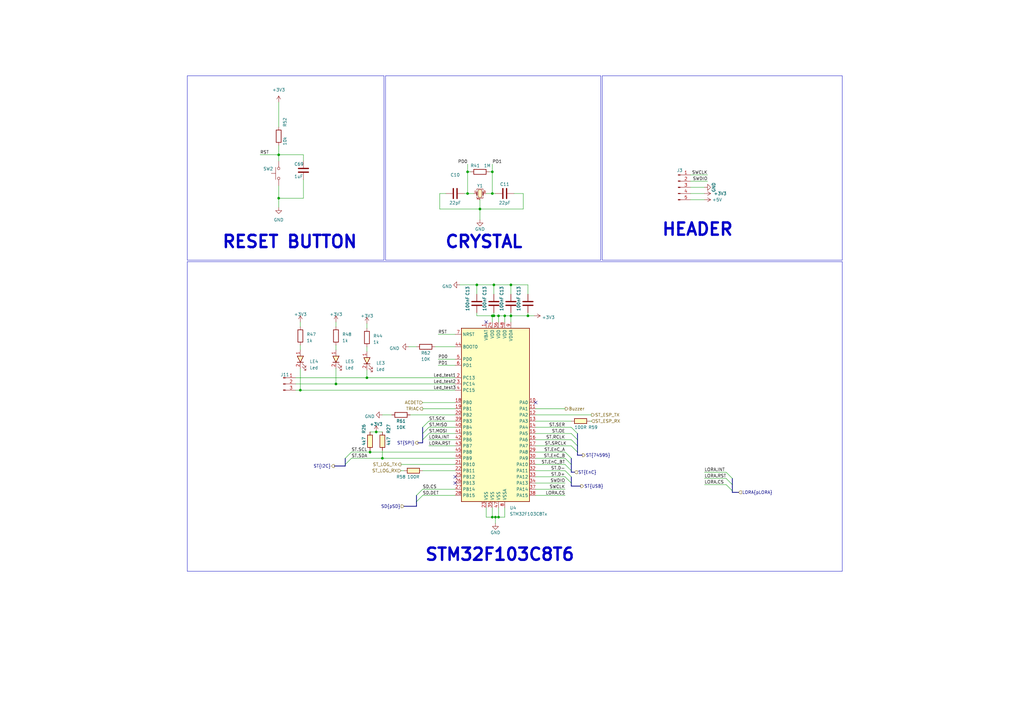
<source format=kicad_sch>
(kicad_sch (version 20230121) (generator eeschema)
  (paper "A3")
  (lib_symbols
    (symbol "Connector:Conn_01x03_Pin" (pin_names (offset 1.016) hide)
      (property "Reference" "J" (at 0 5.08 0))
      (property "Value" "Conn_01x03_Pin" (at 0 -5.08 0))
      (symbol "Conn_01x03_Pin_1_1"
        (polyline (pts (xy 1.27 -2.54) (xy 0.8636 -2.54)) (stroke (width 0.1524)))
        (polyline (pts (xy 1.27 0) (xy 0.8636 0)) (stroke (width 0.1524)))
        (polyline (pts (xy 1.27 2.54) (xy 0.8636 2.54)) (stroke (width 0.1524)))
        (rectangle (start 0.8636 -2.413) (end 0 -2.667) (stroke (width 0.1524)) (fill (type outline)))
        (rectangle (start 0.8636 0.127) (end 0 -0.127) (stroke (width 0.1524)) (fill (type outline)))
        (rectangle (start 0.8636 2.667) (end 0 2.413) (stroke (width 0.1524)) (fill (type outline)))
        (pin passive line (at 5.08 2.54 180) (length 3.81) (name "Pin_1") (number "1"))
        (pin passive line (at 5.08 0 180) (length 3.81) (name "Pin_2") (number "2"))
        (pin passive line (at 5.08 -2.54 180) (length 3.81) (name "Pin_3") (number "3"))
      )
    )
    (symbol "Connector:Conn_01x05_Male" (pin_names (offset 1.016) hide)
      (property "Reference" "J" (at 0 7.62 0))
      (property "Value" "Conn_01x05_Male" (at 0 -7.62 0))
      (symbol "Conn_01x05_Male_1_1"
        (polyline (pts (xy 1.27 -5.08) (xy 0.8636 -5.08)) (stroke (width 0.1524)))
        (polyline (pts (xy 1.27 -2.54) (xy 0.8636 -2.54)) (stroke (width 0.1524)))
        (polyline (pts (xy 1.27 0) (xy 0.8636 0)) (stroke (width 0.1524)))
        (polyline (pts (xy 1.27 2.54) (xy 0.8636 2.54)) (stroke (width 0.1524)))
        (polyline (pts (xy 1.27 5.08) (xy 0.8636 5.08)) (stroke (width 0.1524)))
        (rectangle (start 0.8636 -4.953) (end 0 -5.207) (stroke (width 0.1524)) (fill (type outline)))
        (rectangle (start 0.8636 -2.413) (end 0 -2.667) (stroke (width 0.1524)) (fill (type outline)))
        (rectangle (start 0.8636 0.127) (end 0 -0.127) (stroke (width 0.1524)) (fill (type outline)))
        (rectangle (start 0.8636 2.667) (end 0 2.413) (stroke (width 0.1524)) (fill (type outline)))
        (rectangle (start 0.8636 5.207) (end 0 4.953) (stroke (width 0.1524)) (fill (type outline)))
        (pin passive line (at 5.08 5.08 180) (length 3.81) (name "Pin_1") (number "1"))
        (pin passive line (at 5.08 2.54 180) (length 3.81) (name "Pin_2") (number "2"))
        (pin passive line (at 5.08 0 180) (length 3.81) (name "Pin_3") (number "3"))
        (pin passive line (at 5.08 -2.54 180) (length 3.81) (name "Pin_4") (number "4"))
        (pin passive line (at 5.08 -5.08 180) (length 3.81) (name "Pin_5") (number "5"))
      )
    )
    (symbol "Device:C" (pin_numbers hide) (pin_names (offset 0.254))
      (property "Reference" "C" (at 0.635 2.54 0))
      (property "Value" "C" (at 0.635 -2.54 0))
      (symbol "C_0_1"
        (polyline (pts (xy -2.032 -0.762) (xy 2.032 -0.762)) (stroke (width 0.508)))
        (polyline (pts (xy -2.032 0.762) (xy 2.032 0.762)) (stroke (width 0.508)))
      )
      (symbol "C_1_1"
        (pin passive line (at 0 3.81 270) (length 2.794) (name "~") (number "1"))
        (pin passive line (at 0 -3.81 90) (length 2.794) (name "~") (number "2"))
      )
    )
    (symbol "Device:R" (pin_numbers hide) (pin_names (offset 0))
      (property "Reference" "R" (at 2.032 0 90))
      (property "Value" "R" (at 0 0 90))
      (symbol "R_0_1"
        (rectangle (start -1.016 -2.54) (end 1.016 2.54) (stroke (width 0.254)))
      )
      (symbol "R_1_1"
        (pin passive line (at 0 3.81 270) (length 1.27) (name "~") (number "1"))
        (pin passive line (at 0 -3.81 90) (length 1.27) (name "~") (number "2"))
      )
    )
    (symbol "GND_1" (power) (pin_names (offset 0))
      (property "Value" "GND_1" (at 0 -3.81 0))
      (symbol "GND_1_0_1"
        (polyline (pts (xy 0 0) (xy 0 -1.27) (xy 1.27 -1.27) (xy 0 -2.54) (xy -1.27 -1.27) (xy 0 -1.27)))
      )
      (symbol "GND_1_1_1"
        (pin power_in line (at 0 0 270) (length 0) hide (name "GND") (number "1"))
      )
    )
    (symbol "GND_2" (power) (pin_names (offset 0))
      (property "Value" "GND_2" (at 0 -3.81 0))
      (symbol "GND_2_0_1"
        (polyline (pts (xy 0 0) (xy 0 -1.27) (xy 1.27 -1.27) (xy 0 -2.54) (xy -1.27 -1.27) (xy 0 -1.27)))
      )
      (symbol "GND_2_1_1"
        (pin power_in line (at 0 0 270) (length 0) hide (name "GND") (number "1"))
      )
    )
    (symbol "GND_3" (power) (pin_names (offset 0))
      (property "Value" "GND_3" (at 0 -3.81 0))
      (symbol "GND_3_0_1"
        (polyline (pts (xy 0 0) (xy 0 -1.27) (xy 1.27 -1.27) (xy 0 -2.54) (xy -1.27 -1.27) (xy 0 -1.27)))
      )
      (symbol "GND_3_1_1"
        (pin power_in line (at 0 0 270) (length 0) hide (name "GND") (number "1"))
      )
    )
    (symbol "GND_4" (power) (pin_names (offset 0))
      (property "Value" "GND_4" (at 0 -3.81 0))
      (symbol "GND_4_0_1"
        (polyline (pts (xy 0 0) (xy 0 -1.27) (xy 1.27 -1.27) (xy 0 -2.54) (xy -1.27 -1.27) (xy 0 -1.27)))
      )
      (symbol "GND_4_1_1"
        (pin power_in line (at 0 0 270) (length 0) hide (name "GND") (number "1"))
      )
    )
    (symbol "GND_5" (power) (pin_names (offset 0))
      (property "Value" "GND_5" (at 0 -3.81 0))
      (symbol "GND_5_0_1"
        (polyline (pts (xy 0 0) (xy 0 -1.27) (xy 1.27 -1.27) (xy 0 -2.54) (xy -1.27 -1.27) (xy 0 -1.27)))
      )
      (symbol "GND_5_1_1"
        (pin power_in line (at 0 0 270) (length 0) hide (name "GND") (number "1"))
      )
    )
    (symbol "GND_6" (power) (pin_names (offset 0))
      (property "Value" "GND_6" (at 0 -3.81 0))
      (symbol "GND_6_0_1"
        (polyline (pts (xy 0 0) (xy 0 -1.27) (xy 1.27 -1.27) (xy 0 -2.54) (xy -1.27 -1.27) (xy 0 -1.27)))
      )
      (symbol "GND_6_1_1"
        (pin power_in line (at 0 0 270) (length 0) hide (name "GND") (number "1"))
      )
    )
    (symbol "IVS_SYMBOLS:Crystal_GND24_Small" (pin_names (offset 1.016) hide)
      (property "Reference" "Y" (at 1.27 4.445 0))
      (property "Value" "Crystal_GND24_Small" (at 1.27 2.54 0))
      (symbol "Crystal_GND24_Small_0_1"
        (polyline (pts (xy -1.27 -0.762) (xy -1.27 0.762)) (stroke (width 0.381)))
        (polyline (pts (xy 1.27 -0.762) (xy 1.27 0.762)) (stroke (width 0.381)))
        (polyline (pts (xy -1.27 -1.27) (xy -1.27 -1.905) (xy 1.27 -1.905) (xy 1.27 -1.27)))
        (polyline (pts (xy -1.27 1.27) (xy -1.27 1.905) (xy 1.27 1.905) (xy 1.27 1.27)))
      )
      (symbol "Crystal_GND24_Small_1_1"
        (rectangle (start -0.762 1.524) (end 0.762 -1.524) (fill (type background)))
        (pin passive line (at -2.54 0 0) (length 1.27) (name "1") (number "1"))
        (pin passive line (at 0 -2.54 90) (length 0.635) (name "2") (number "2"))
        (pin passive line (at 2.54 0 180) (length 1.27) (name "3") (number "3"))
        (pin passive line (at 0 -2.54 90) (length 0.635) hide (name "4") (number "4"))
      )
    )
    (symbol "IVS_SYMBOLS:Led"
      (property "Reference" "LE" (at 0.508 -2.794 0))
      (property "Value" "Led" (at -0.254 2.794 0))
      (symbol "Led_0_1"
        (polyline (pts (xy 0 -1.27) (xy 0 1.27)) (stroke (width 0.254)))
        (polyline (pts (xy 2.54 -1.27) (xy 2.54 1.27) (xy 0 0) (xy 2.54 -1.27)) (stroke (width 0.254)) (fill (type background)))
        (polyline (pts (xy -1.778 -0.762) (xy -3.302 -2.286) (xy -2.54 -2.286) (xy -3.302 -2.286) (xy -3.302 -1.524)))
        (polyline (pts (xy -0.508 -0.762) (xy -2.032 -2.286) (xy -1.27 -2.286) (xy -2.032 -2.286) (xy -2.032 -1.524)))
      )
      (symbol "Led_1_1"
        (pin passive line (at 5.08 0 180) (length 2.54) (name "") (number "1"))
        (pin passive line (at -2.54 0 0) (length 2.54) (name "") (number "2"))
      )
    )
    (symbol "IVS_SYMBOLS:R" (pin_numbers hide) (pin_names (offset 0))
      (property "Reference" "R" (at 2.032 0 90))
      (property "Value" "R" (at 0 0 90))
      (symbol "R_1_1"
        (rectangle (start -1.016 2.54) (end 1.016 -2.54) (stroke (width 0.254)) (fill (type background)))
        (pin passive line (at 0 3.81 270) (length 1.27) (name "~") (number "1"))
        (pin passive line (at 0 -3.81 90) (length 1.27) (name "~") (number "2"))
      )
    )
    (symbol "Led_1"
      (property "Reference" "LE" (at 0.508 -2.794 0))
      (property "Value" "Led" (at -0.254 2.794 0))
      (symbol "Led_1_0_1"
        (polyline (pts (xy 0 -1.27) (xy 0 1.27)) (stroke (width 0.254)))
        (polyline (pts (xy 2.54 -1.27) (xy 2.54 1.27) (xy 0 0) (xy 2.54 -1.27)) (stroke (width 0.254)) (fill (type background)))
        (polyline (pts (xy -1.778 -0.762) (xy -3.302 -2.286) (xy -2.54 -2.286) (xy -3.302 -2.286) (xy -3.302 -1.524)))
        (polyline (pts (xy -0.508 -0.762) (xy -2.032 -2.286) (xy -1.27 -2.286) (xy -2.032 -2.286) (xy -2.032 -1.524)))
      )
      (symbol "Led_1_1_1"
        (pin passive line (at 5.08 0 180) (length 2.54) (name "") (number "1"))
        (pin passive line (at -2.54 0 0) (length 2.54) (name "") (number "2"))
      )
    )
    (symbol "Led_2"
      (property "Reference" "LE" (at 0.508 -2.794 0))
      (property "Value" "Led" (at -0.254 2.794 0))
      (symbol "Led_2_0_1"
        (polyline (pts (xy 0 -1.27) (xy 0 1.27)) (stroke (width 0.254)))
        (polyline (pts (xy 2.54 -1.27) (xy 2.54 1.27) (xy 0 0) (xy 2.54 -1.27)) (stroke (width 0.254)) (fill (type background)))
        (polyline (pts (xy -1.778 -0.762) (xy -3.302 -2.286) (xy -2.54 -2.286) (xy -3.302 -2.286) (xy -3.302 -1.524)))
        (polyline (pts (xy -0.508 -0.762) (xy -2.032 -2.286) (xy -1.27 -2.286) (xy -2.032 -2.286) (xy -2.032 -1.524)))
      )
      (symbol "Led_2_1_1"
        (pin passive line (at 5.08 0 180) (length 2.54) (name "") (number "1"))
        (pin passive line (at -2.54 0 0) (length 2.54) (name "") (number "2"))
      )
    )
    (symbol "MCU_ST_STM32F1:STM32F103C8Tx"
      (property "Reference" "U" (at -15.24 36.83 0))
      (property "Value" "STM32F103C8Tx" (at 7.62 36.83 0))
      (symbol "STM32F103C8Tx_0_1"
        (rectangle (start -15.24 -35.56) (end 12.7 35.56) (stroke (width 0.254)) (fill (type background)))
      )
      (symbol "STM32F103C8Tx_1_1"
        (pin power_in line (at -5.08 38.1 270) (length 2.54) (name "VBAT") (number "1"))
        (pin bidirectional line (at 15.24 5.08 180) (length 2.54) (name "PA0") (number "10"))
        (pin bidirectional line (at 15.24 2.54 180) (length 2.54) (name "PA1") (number "11"))
        (pin bidirectional line (at 15.24 0 180) (length 2.54) (name "PA2") (number "12"))
        (pin bidirectional line (at 15.24 -2.54 180) (length 2.54) (name "PA3") (number "13"))
        (pin bidirectional line (at 15.24 -5.08 180) (length 2.54) (name "PA4") (number "14"))
        (pin bidirectional line (at 15.24 -7.62 180) (length 2.54) (name "PA5") (number "15"))
        (pin bidirectional line (at 15.24 -10.16 180) (length 2.54) (name "PA6") (number "16"))
        (pin bidirectional line (at 15.24 -12.7 180) (length 2.54) (name "PA7") (number "17"))
        (pin bidirectional line (at -17.78 5.08 0) (length 2.54) (name "PB0") (number "18"))
        (pin bidirectional line (at -17.78 2.54 0) (length 2.54) (name "PB1") (number "19"))
        (pin bidirectional line (at -17.78 15.24 0) (length 2.54) (name "PC13") (number "2"))
        (pin bidirectional line (at -17.78 0 0) (length 2.54) (name "PB2") (number "20"))
        (pin bidirectional line (at -17.78 -20.32 0) (length 2.54) (name "PB10") (number "21"))
        (pin bidirectional line (at -17.78 -22.86 0) (length 2.54) (name "PB11") (number "22"))
        (pin power_in line (at -5.08 -38.1 90) (length 2.54) (name "VSS") (number "23"))
        (pin power_in line (at -2.54 38.1 270) (length 2.54) (name "VDD") (number "24"))
        (pin bidirectional line (at -17.78 -25.4 0) (length 2.54) (name "PB12") (number "25"))
        (pin bidirectional line (at -17.78 -27.94 0) (length 2.54) (name "PB13") (number "26"))
        (pin bidirectional line (at -17.78 -30.48 0) (length 2.54) (name "PB14") (number "27"))
        (pin bidirectional line (at -17.78 -33.02 0) (length 2.54) (name "PB15") (number "28"))
        (pin bidirectional line (at 15.24 -15.24 180) (length 2.54) (name "PA8") (number "29"))
        (pin bidirectional line (at -17.78 12.7 0) (length 2.54) (name "PC14") (number "3"))
        (pin bidirectional line (at 15.24 -17.78 180) (length 2.54) (name "PA9") (number "30"))
        (pin bidirectional line (at 15.24 -20.32 180) (length 2.54) (name "PA10") (number "31"))
        (pin bidirectional line (at 15.24 -22.86 180) (length 2.54) (name "PA11") (number "32"))
        (pin bidirectional line (at 15.24 -25.4 180) (length 2.54) (name "PA12") (number "33"))
        (pin bidirectional line (at 15.24 -27.94 180) (length 2.54) (name "PA13") (number "34"))
        (pin power_in line (at -2.54 -38.1 90) (length 2.54) (name "VSS") (number "35"))
        (pin power_in line (at 0 38.1 270) (length 2.54) (name "VDD") (number "36"))
        (pin bidirectional line (at 15.24 -30.48 180) (length 2.54) (name "PA14") (number "37"))
        (pin bidirectional line (at 15.24 -33.02 180) (length 2.54) (name "PA15") (number "38"))
        (pin bidirectional line (at -17.78 -2.54 0) (length 2.54) (name "PB3") (number "39"))
        (pin bidirectional line (at -17.78 10.16 0) (length 2.54) (name "PC15") (number "4"))
        (pin bidirectional line (at -17.78 -5.08 0) (length 2.54) (name "PB4") (number "40"))
        (pin bidirectional line (at -17.78 -7.62 0) (length 2.54) (name "PB5") (number "41"))
        (pin bidirectional line (at -17.78 -10.16 0) (length 2.54) (name "PB6") (number "42"))
        (pin bidirectional line (at -17.78 -12.7 0) (length 2.54) (name "PB7") (number "43"))
        (pin input line (at -17.78 27.94 0) (length 2.54) (name "BOOT0") (number "44"))
        (pin bidirectional line (at -17.78 -15.24 0) (length 2.54) (name "PB8") (number "45"))
        (pin bidirectional line (at -17.78 -17.78 0) (length 2.54) (name "PB9") (number "46"))
        (pin power_in line (at 0 -38.1 90) (length 2.54) (name "VSS") (number "47"))
        (pin power_in line (at 2.54 38.1 270) (length 2.54) (name "VDD") (number "48"))
        (pin input line (at -17.78 22.86 0) (length 2.54) (name "PD0") (number "5"))
        (pin input line (at -17.78 20.32 0) (length 2.54) (name "PD1") (number "6"))
        (pin input line (at -17.78 33.02 0) (length 2.54) (name "NRST") (number "7"))
        (pin power_in line (at 2.54 -38.1 90) (length 2.54) (name "VSSA") (number "8"))
        (pin power_in line (at 5.08 38.1 270) (length 2.54) (name "VDDA") (number "9"))
      )
    )
    (symbol "Switch:SW_Push" (pin_numbers hide) (pin_names (offset 1.016) hide)
      (property "Reference" "SW" (at 1.27 2.54 0))
      (property "Value" "SW_Push" (at 0 -1.524 0))
      (symbol "SW_Push_0_1"
        (circle (center -2.032 0) (radius 0.508))
        (polyline (pts (xy 0 1.27) (xy 0 3.048)))
        (polyline (pts (xy 2.54 1.27) (xy -2.54 1.27)))
        (circle (center 2.032 0) (radius 0.508))
        (pin passive line (at -5.08 0 0) (length 2.54) (name "1") (number "1"))
        (pin passive line (at 5.08 0 180) (length 2.54) (name "2") (number "2"))
      )
    )
    (symbol "Thu_vien_kicad:C" (pin_numbers hide) (pin_names (offset 0.254))
      (property "Reference" "C" (at 0.635 2.54 0))
      (property "Value" "C" (at 0.635 -2.54 0))
      (symbol "C_0_1"
        (polyline (pts (xy -2.032 -0.762) (xy 2.032 -0.762)) (stroke (width 0.508)))
        (polyline (pts (xy -2.032 0.762) (xy 2.032 0.762)) (stroke (width 0.508)))
      )
      (symbol "C_1_1"
        (pin passive line (at 0 3.81 270) (length 2.794) (name "~") (number "1"))
        (pin passive line (at 0 -3.81 90) (length 2.794) (name "~") (number "2"))
      )
    )
    (symbol "Thu_vien_kicad:R" (pin_numbers hide) (pin_names (offset 0))
      (property "Reference" "R" (at 2.032 0 90))
      (property "Value" "R" (at 0 0 90))
      (symbol "R_0_1"
        (rectangle (start -1.016 -2.54) (end 1.016 2.54) (stroke (width 0.254)))
      )
      (symbol "R_1_1"
        (pin passive line (at 0 3.81 270) (length 1.27) (name "~") (number "1"))
        (pin passive line (at 0 -3.81 90) (length 1.27) (name "~") (number "2"))
      )
    )
    (symbol "power:+3V3" (power) (pin_names (offset 0))
      (property "Value" "+3V3" (at 0 3.556 0))
      (symbol "+3V3_0_1"
        (polyline (pts (xy -0.762 1.27) (xy 0 2.54)))
        (polyline (pts (xy 0 0) (xy 0 2.54)))
        (polyline (pts (xy 0 2.54) (xy 0.762 1.27)))
      )
      (symbol "+3V3_1_1"
        (pin power_in line (at 0 0 90) (length 0) hide (name "+3V3") (number "1"))
      )
    )
    (symbol "power:+5V" (power) (pin_names (offset 0))
      (property "Value" "+5V" (at 0 3.556 0))
      (symbol "+5V_0_1"
        (polyline (pts (xy -0.762 1.27) (xy 0 2.54)))
        (polyline (pts (xy 0 0) (xy 0 2.54)))
        (polyline (pts (xy 0 2.54) (xy 0.762 1.27)))
      )
      (symbol "+5V_1_1"
        (pin power_in line (at 0 0 90) (length 0) hide (name "+5V") (number "1"))
      )
    )
    (symbol "power:GND" (power) (pin_names (offset 0))
      (property "Value" "GND" (at 0 -3.81 0))
      (symbol "GND_0_1"
        (polyline (pts (xy 0 0) (xy 0 -1.27) (xy 1.27 -1.27) (xy 0 -2.54) (xy -1.27 -1.27) (xy 0 -1.27)))
      )
      (symbol "GND_1_1"
        (pin power_in line (at 0 0 270) (length 0) hide (name "GND") (number "1"))
      )
    )
  )
  (junction (at 191.77 79.375))
  (junction (at 204.47 212.09))
  (junction (at 195.58 116.84))
  (junction (at 114.3 81.28))
  (junction (at 201.93 70.485))
  (junction (at 209.55 116.84))
  (junction (at 207.01 129.54))
  (junction (at 202.565 129.54))
  (junction (at 216.535 129.54))
  (junction (at 196.85 85.725))
  (junction (at 154.305 177.165))
  (junction (at 114.3 63.5))
  (junction (at 150.495 154.94))
  (junction (at 156.845 187.96))
  (junction (at 202.565 116.84))
  (junction (at 201.93 79.375))
  (junction (at 201.93 212.09))
  (junction (at 201.93 129.54))
  (junction (at 209.55 129.54))
  (junction (at 137.795 157.48))
  (junction (at 203.2 212.09))
  (junction (at 204.47 129.54))
  (junction (at 123.19 160.02))
  (junction (at 191.77 70.485))
  (junction (at 151.765 185.42))
  (no_connect (at 199.39 132.08))
  (no_connect (at 219.71 165.1))
  (no_connect (at 186.69 195.58))
  (no_connect (at 186.69 198.12))
  (bus_entry (at 234.315 175.26) (size 2.54 2.54))
  (bus_entry (at 231.775 185.42) (size 2.54 2.54))
  (bus_entry (at 175.895 175.26) (size -2.54 2.54))
  (bus_entry (at 297.815 198.755) (size 2.54 2.54))
  (bus_entry (at 234.315 182.88) (size 2.54 2.54))
  (bus_entry (at 173.355 200.66) (size -2.54 2.54))
  (bus_entry (at 297.815 196.215) (size 2.54 2.54))
  (bus_entry (at 144.145 187.96) (size -2.54 2.54))
  (bus_entry (at 297.815 193.675) (size 2.54 2.54))
  (bus_entry (at 231.775 195.58) (size 2.54 2.54))
  (bus_entry (at 231.775 190.5) (size 2.54 2.54))
  (bus_entry (at 173.355 203.2) (size -2.54 2.54))
  (bus_entry (at 175.895 177.8) (size -2.54 2.54))
  (bus_entry (at 231.775 193.04) (size 2.54 2.54))
  (bus_entry (at 144.145 185.42) (size -2.54 2.54))
  (bus_entry (at 231.775 187.96) (size 2.54 2.54))
  (bus_entry (at 175.895 172.72) (size -2.54 2.54))
  (bus_entry (at 234.315 177.8) (size 2.54 2.54))
  (bus_entry (at 234.315 180.34) (size 2.54 2.54))
  (polyline (pts (xy 246.38 31.115) (xy 246.38 106.68)))
  (polyline (pts (xy 345.44 234.315) (xy 76.835 234.315)))
  (polyline (pts (xy 76.835 31.115) (xy 76.835 106.68)))
  (wire (pts (xy 231.775 185.42) (xy 219.71 185.42)))
  (wire (pts (xy 216.535 120.65) (xy 216.535 116.84)))
  (wire (pts (xy 241.935 172.72) (xy 242.57 172.72)))
  (wire (pts (xy 137.795 141.605) (xy 137.795 143.51)))
  (wire (pts (xy 124.46 66.04) (xy 124.46 63.5)))
  (wire (pts (xy 210.82 79.375) (xy 214.63 79.375)))
  (wire (pts (xy 196.85 90.17) (xy 196.85 85.725)))
  (wire (pts (xy 204.47 212.09) (xy 203.2 212.09)))
  (wire (pts (xy 164.465 190.5) (xy 186.69 190.5)))
  (wire (pts (xy 201.93 70.485) (xy 201.93 79.375)))
  (wire (pts (xy 180.34 79.375) (xy 182.88 79.375)))
  (wire (pts (xy 195.58 128.27) (xy 195.58 129.54)))
  (bus (pts (xy 170.815 203.2) (xy 170.815 205.74)))
  (wire (pts (xy 219.71 203.2) (xy 231.775 203.2)))
  (wire (pts (xy 219.71 193.04) (xy 231.775 193.04)))
  (wire (pts (xy 200.66 70.485) (xy 201.93 70.485)))
  (polyline (pts (xy 158.115 106.68) (xy 158.115 31.115)))
  (polyline (pts (xy 158.115 31.115) (xy 246.38 31.115)))
  (wire (pts (xy 288.925 193.675) (xy 297.815 193.675)))
  (wire (pts (xy 121.285 160.02) (xy 123.19 160.02)))
  (wire (pts (xy 288.925 198.755) (xy 297.815 198.755)))
  (wire (pts (xy 114.3 76.2) (xy 114.3 81.28)))
  (wire (pts (xy 201.93 129.54) (xy 202.565 129.54)))
  (wire (pts (xy 114.3 81.28) (xy 114.3 85.09)))
  (wire (pts (xy 209.55 116.84) (xy 209.55 120.65)))
  (bus (pts (xy 170.815 205.74) (xy 170.815 207.645)))
  (wire (pts (xy 195.58 120.65) (xy 195.58 116.84)))
  (wire (pts (xy 188.595 116.84) (xy 195.58 116.84)))
  (wire (pts (xy 178.435 142.24) (xy 186.69 142.24)))
  (wire (pts (xy 201.93 67.31) (xy 201.93 70.485)))
  (wire (pts (xy 191.77 70.485) (xy 193.04 70.485)))
  (wire (pts (xy 121.285 157.48) (xy 137.795 157.48)))
  (bus (pts (xy 173.355 180.34) (xy 173.355 181.61)))
  (wire (pts (xy 173.355 203.2) (xy 186.69 203.2)))
  (wire (pts (xy 114.3 41.91) (xy 114.3 52.07)))
  (wire (pts (xy 191.77 79.375) (xy 194.31 79.375)))
  (wire (pts (xy 204.47 208.28) (xy 204.47 212.09)))
  (wire (pts (xy 175.895 177.8) (xy 186.69 177.8)))
  (wire (pts (xy 144.145 187.96) (xy 156.845 187.96)))
  (bus (pts (xy 173.355 177.8) (xy 173.355 180.34)))
  (polyline (pts (xy 157.48 106.68) (xy 157.48 31.115)))
  (wire (pts (xy 199.39 212.09) (xy 201.93 212.09)))
  (wire (pts (xy 114.3 59.69) (xy 114.3 63.5)))
  (wire (pts (xy 201.93 212.09) (xy 203.2 212.09)))
  (bus (pts (xy 137.16 191.135) (xy 141.605 191.135)))
  (wire (pts (xy 283.21 79.375) (xy 288.925 79.375)))
  (wire (pts (xy 204.47 129.54) (xy 204.47 132.08)))
  (polyline (pts (xy 76.835 107.315) (xy 345.44 107.315)))
  (wire (pts (xy 219.71 195.58) (xy 231.775 195.58)))
  (polyline (pts (xy 158.115 106.68) (xy 246.38 106.68)))
  (bus (pts (xy 234.315 195.58) (xy 234.315 198.12)))
  (wire (pts (xy 173.355 193.04) (xy 186.69 193.04)))
  (wire (pts (xy 209.55 128.27) (xy 209.55 129.54)))
  (wire (pts (xy 156.845 170.18) (xy 160.655 170.18)))
  (wire (pts (xy 167.64 142.24) (xy 170.815 142.24)))
  (wire (pts (xy 173.355 200.66) (xy 186.69 200.66)))
  (wire (pts (xy 231.775 187.96) (xy 219.71 187.96)))
  (wire (pts (xy 191.77 67.31) (xy 191.77 70.485)))
  (wire (pts (xy 209.55 129.54) (xy 209.55 132.08)))
  (wire (pts (xy 106.68 63.5) (xy 114.3 63.5)))
  (wire (pts (xy 154.305 177.165) (xy 156.845 177.165)))
  (wire (pts (xy 219.71 182.88) (xy 234.315 182.88)))
  (wire (pts (xy 137.795 151.13) (xy 137.795 157.48)))
  (polyline (pts (xy 247.015 106.68) (xy 345.44 106.68)))
  (wire (pts (xy 219.71 177.8) (xy 234.315 177.8)))
  (polyline (pts (xy 247.015 31.115) (xy 345.44 31.115)))
  (wire (pts (xy 202.565 116.84) (xy 202.565 120.65)))
  (bus (pts (xy 234.315 198.12) (xy 234.315 199.39)))
  (polyline (pts (xy 345.44 107.315) (xy 345.44 234.315)))
  (wire (pts (xy 207.01 129.54) (xy 207.01 132.08)))
  (wire (pts (xy 216.535 116.84) (xy 209.55 116.84)))
  (wire (pts (xy 216.535 128.27) (xy 216.535 129.54)))
  (wire (pts (xy 201.93 208.28) (xy 201.93 212.09)))
  (wire (pts (xy 175.895 180.34) (xy 186.69 180.34)))
  (bus (pts (xy 236.855 182.88) (xy 236.855 185.42)))
  (wire (pts (xy 202.565 128.27) (xy 202.565 129.54)))
  (wire (pts (xy 216.535 129.54) (xy 219.075 129.54)))
  (wire (pts (xy 114.3 63.5) (xy 114.3 66.04)))
  (wire (pts (xy 124.46 63.5) (xy 114.3 63.5)))
  (wire (pts (xy 150.495 154.94) (xy 186.69 154.94)))
  (wire (pts (xy 219.71 167.64) (xy 231.775 167.64)))
  (wire (pts (xy 288.925 196.215) (xy 297.815 196.215)))
  (wire (pts (xy 219.71 200.66) (xy 231.775 200.66)))
  (polyline (pts (xy 76.835 107.315) (xy 76.835 234.315)))
  (wire (pts (xy 199.39 79.375) (xy 201.93 79.375)))
  (wire (pts (xy 175.895 172.72) (xy 186.69 172.72)))
  (wire (pts (xy 201.93 79.375) (xy 203.2 79.375)))
  (wire (pts (xy 195.58 129.54) (xy 201.93 129.54)))
  (bus (pts (xy 234.315 190.5) (xy 234.315 193.04)))
  (wire (pts (xy 173.355 165.1) (xy 186.69 165.1)))
  (wire (pts (xy 214.63 85.725) (xy 196.85 85.725)))
  (wire (pts (xy 219.71 175.26) (xy 234.315 175.26)))
  (bus (pts (xy 234.315 199.39) (xy 238.125 199.39)))
  (polyline (pts (xy 157.48 31.115) (xy 76.835 31.115)))
  (wire (pts (xy 283.21 74.295) (xy 290.195 74.295)))
  (wire (pts (xy 204.47 129.54) (xy 207.01 129.54)))
  (bus (pts (xy 300.355 198.755) (xy 300.355 201.295)))
  (wire (pts (xy 168.275 170.18) (xy 186.69 170.18)))
  (wire (pts (xy 151.765 185.42) (xy 186.69 185.42)))
  (bus (pts (xy 165.735 207.645) (xy 170.815 207.645)))
  (wire (pts (xy 180.34 85.725) (xy 196.85 85.725)))
  (wire (pts (xy 123.19 151.13) (xy 123.19 160.02)))
  (wire (pts (xy 219.71 180.34) (xy 234.315 180.34)))
  (bus (pts (xy 141.605 190.5) (xy 141.605 191.135)))
  (wire (pts (xy 179.705 137.16) (xy 186.69 137.16)))
  (wire (pts (xy 151.765 177.165) (xy 154.305 177.165)))
  (wire (pts (xy 123.19 132.08) (xy 123.19 133.985)))
  (bus (pts (xy 236.855 177.8) (xy 236.855 180.34)))
  (wire (pts (xy 199.39 208.28) (xy 199.39 212.09)))
  (wire (pts (xy 202.565 116.84) (xy 209.55 116.84)))
  (bus (pts (xy 300.355 201.295) (xy 300.355 201.93)))
  (wire (pts (xy 216.535 129.54) (xy 209.55 129.54)))
  (wire (pts (xy 201.93 129.54) (xy 201.93 132.08)))
  (bus (pts (xy 234.315 193.04) (xy 234.315 193.675)))
  (wire (pts (xy 173.355 167.64) (xy 186.69 167.64)))
  (wire (pts (xy 191.77 70.485) (xy 191.77 79.375)))
  (bus (pts (xy 173.355 175.26) (xy 173.355 177.8)))
  (wire (pts (xy 283.21 81.915) (xy 288.925 81.915)))
  (wire (pts (xy 121.285 154.94) (xy 150.495 154.94)))
  (wire (pts (xy 180.34 79.375) (xy 180.34 85.725)))
  (bus (pts (xy 300.355 201.93) (xy 302.895 201.93)))
  (wire (pts (xy 219.71 170.18) (xy 242.57 170.18)))
  (bus (pts (xy 173.355 181.61) (xy 171.45 181.61)))
  (bus (pts (xy 300.355 196.215) (xy 300.355 198.755)))
  (wire (pts (xy 156.845 184.785) (xy 156.845 187.96)))
  (wire (pts (xy 195.58 116.84) (xy 202.565 116.84)))
  (wire (pts (xy 175.895 182.88) (xy 186.69 182.88)))
  (wire (pts (xy 175.895 175.26) (xy 186.69 175.26)))
  (wire (pts (xy 151.765 184.785) (xy 151.765 185.42)))
  (wire (pts (xy 209.55 129.54) (xy 207.01 129.54)))
  (wire (pts (xy 123.19 160.02) (xy 186.69 160.02)))
  (wire (pts (xy 219.71 172.72) (xy 234.315 172.72)))
  (wire (pts (xy 219.71 198.12) (xy 231.775 198.12)))
  (wire (pts (xy 144.145 185.42) (xy 151.765 185.42)))
  (wire (pts (xy 156.845 187.96) (xy 186.69 187.96)))
  (wire (pts (xy 114.3 81.28) (xy 124.46 81.28)))
  (wire (pts (xy 207.01 212.09) (xy 204.47 212.09)))
  (wire (pts (xy 164.465 193.04) (xy 165.735 193.04)))
  (bus (pts (xy 234.315 193.675) (xy 235.585 193.675)))
  (bus (pts (xy 236.855 180.34) (xy 236.855 182.88)))
  (wire (pts (xy 283.21 76.835) (xy 288.925 76.835)))
  (wire (pts (xy 203.2 214.63) (xy 203.2 212.09)))
  (wire (pts (xy 214.63 79.375) (xy 214.63 85.725)))
  (wire (pts (xy 283.21 71.755) (xy 290.195 71.755)))
  (wire (pts (xy 196.85 85.725) (xy 196.85 81.915)))
  (wire (pts (xy 137.795 132.08) (xy 137.795 133.985)))
  (wire (pts (xy 190.5 79.375) (xy 191.77 79.375)))
  (wire (pts (xy 137.795 157.48) (xy 186.69 157.48)))
  (polyline (pts (xy 345.44 106.68) (xy 345.44 31.115)))
  (wire (pts (xy 123.19 141.605) (xy 123.19 143.51)))
  (wire (pts (xy 150.495 151.765) (xy 150.495 154.94)))
  (bus (pts (xy 236.855 186.69) (xy 238.76 186.69)))
  (bus (pts (xy 236.855 185.42) (xy 236.855 186.69)))
  (wire (pts (xy 150.495 132.715) (xy 150.495 134.62)))
  (polyline (pts (xy 247.015 31.115) (xy 247.015 106.68)))
  (wire (pts (xy 207.01 208.28) (xy 207.01 212.09)))
  (bus (pts (xy 234.315 187.96) (xy 234.315 190.5)))
  (wire (pts (xy 124.46 73.66) (xy 124.46 81.28)))
  (polyline (pts (xy 76.835 106.68) (xy 157.48 106.68)))
  (wire (pts (xy 202.565 129.54) (xy 204.47 129.54)))
  (wire (pts (xy 150.495 142.24) (xy 150.495 144.145)))
  (bus (pts (xy 141.605 187.96) (xy 141.605 190.5)))
  (wire (pts (xy 179.705 147.32) (xy 186.69 147.32)))
  (wire (pts (xy 179.705 149.86) (xy 186.69 149.86)))
  (wire (pts (xy 219.71 190.5) (xy 231.775 190.5)))
  (text "STM32F103C8T6\n" (at 173.99 230.505 0) (effects (font (size 5 5) (thickness 1) bold) (justify left bottom)))
  (text "HEADER\n" (at 271.145 97.155 0) (effects (font (size 5 5) (thickness 1) bold) (justify left bottom)))
  (text "RESET BUTTON" (at 90.805 102.235 0) (effects (font (size 5 5) (thickness 1) bold) (justify left bottom)))
  (text "CRYSTAL" (at 182.245 102.235 0) (effects (font (size 5 5) (thickness 1) bold) (justify left bottom)))
  (label "ST.SCK" (at 175.895 172.72 0))
  (label "LORA.RST" (at 288.925 196.215 0))
  (label "SWDIO" (at 290.195 74.295 180))
  (label "ST.OE" (at 231.775 177.8 180))
  (label "RST" (at 179.705 137.16 0))
  (label "LORA.INT" (at 288.925 193.675 0))
  (label "PD1" (at 201.93 67.31 0))
  (label "LORA.CS" (at 288.925 198.755 0))
  (label "SWCLK" (at 231.775 200.66 180))
  (label "ST.SER" (at 231.775 175.26 180))
  (label "ST.EnC_BT" (at 231.775 190.5 180))
  (label "ST.D-" (at 231.775 193.04 180))
  (label "ST.D+" (at 231.775 195.58 180))
  (label "SWDIO" (at 231.775 198.12 180))
  (label "PD0" (at 191.77 67.31 180))
  (label "ST.MISO" (at 175.895 175.26 0))
  (label "PD1" (at 179.705 149.86 0))
  (label "ST.SCL" (at 144.145 185.42 0))
  (label "LORA.INT" (at 175.895 180.34 0))
  (label "ST.SRCLK" (at 232.41 182.88 180))
  (label "SD.DET" (at 173.355 203.2 0))
  (label "ST.RCLK" (at 231.775 180.34 180))
  (label "Led_test1" (at 177.8 154.94 0))
  (label "ST.EnC_B" (at 231.775 187.96 180))
  (label "LORA.CS" (at 231.775 203.2 180))
  (label "SWCLK" (at 290.195 71.755 180))
  (label "ST.SDA" (at 144.145 187.96 0))
  (label "ST.EnC_A" (at 231.775 185.42 180))
  (label "Led_test3" (at 177.8 160.02 0))
  (label "Led_test2" (at 177.8 157.48 0))
  (label "LORA.RST" (at 175.895 182.88 0))
  (label "ST.MOSI" (at 175.895 177.8 0))
  (label "PD0" (at 179.705 147.32 0))
  (label "SD.CS" (at 173.355 200.66 0))
  (label "RST" (at 106.68 63.5 0))
  (hierarchical_label "TRIAC" (shape output) (at 173.355 167.64 180))
  (hierarchical_label "ST{SPI}" (shape output) (at 171.45 181.61 180))
  (hierarchical_label "ST{I2C}" (shape output) (at 137.16 191.135 180))
  (hierarchical_label "ST{USB}" (shape output) (at 238.125 199.39 0))
  (hierarchical_label "ST_ESP_RX" (shape input) (at 242.57 172.72 0))
  (hierarchical_label "ST{EnC}" (shape input) (at 235.585 193.675 0))
  (hierarchical_label "LORA{pLORA}" (shape input) (at 302.895 201.93 0))
  (hierarchical_label "ST_LOG_TX" (shape output) (at 164.465 190.5 180))
  (hierarchical_label "ST_ESP_TX" (shape output) (at 242.57 170.18 0))
  (hierarchical_label "ACDET" (shape input) (at 173.355 165.1 180))
  (hierarchical_label "Buzzer" (shape output) (at 231.775 167.64 0))
  (hierarchical_label "ST{74595}" (shape output) (at 238.76 186.69 0))
  (hierarchical_label "SD{pSD}" (shape input) (at 165.735 207.645 180))
  (hierarchical_label "ST_LOG_RX" (shape input) (at 164.465 193.04 180))
  (symbol (lib_id "IVS_SYMBOLS:R") (at 156.845 180.975 0) (unit 1)
    (property "Reference" "R27" (at 159.385 175.895 90))
    (property "Value" "4k7" (at 159.385 180.975 90))
    (property "Footprint" "IVS_FOOTPRINTS:R_0603" (effects hide))
  )
  (symbol (lib_id "Device:C") (at 124.46 69.85 0) (unit 1)
    (property "Reference" "C69" (at 120.65 67.31 0) (effects (justify left)))
    (property "Value" "1uF" (at 120.65 72.39 0) (effects (justify left)))
    (property "Footprint" "IVS_FOOTPRINTS:C_0603" (effects hide))
    (instances (project "DLAnhDan_BoardTruyenDuLieu" (path "" (reference "C69") (unit 1))) (project "DO_AN_DKTD" (path "" (reference "C30") (unit 1)) (path "" (reference "C15") (unit 1))))
  )
  (symbol (lib_id "Device:R") (at 174.625 142.24 90) (unit 1)
    (property "Reference" "R62" (at 174.625 144.78 90))
    (property "Value" "10K" (at 174.625 147.32 90))
    (property "Footprint" "IVS_FOOTPRINTS:R_0603" (effects hide))
  )
  (symbol (lib_name "GND_1") (lib_id "power:GND") (at 167.64 142.24 270) (unit 1)
    (property "Reference" "#PWR074" (effects hide))
    (property "Value" "GND" (at 163.83 142.875 90) (effects (justify right)))
    (instances (project "DLAnhDan_BoardTruyenDuLieu" (path "" (reference "#PWR074") (unit 1))) (project "DO_AN_DKTD" (path "" (reference "#PWR055") (unit 1)) (path "" (reference "#PWR067") (unit 1))))
  )
  (symbol (lib_name "GND_6") (lib_id "power:GND") (at 156.845 170.18 270) (unit 1)
    (property "Reference" "#PWR068" (effects hide))
    (property "Value" "GND" (at 153.67 170.815 90) (effects (justify right)))
  )
  (symbol (lib_id "Thu_vien_kicad:C") (at 186.69 79.375 90) (unit 1)
    (property "Reference" "C10" (at 186.69 71.755 90))
    (property "Value" "22pF" (at 186.69 83.185 90))
    (property "Footprint" "IVS_FOOTPRINTS:C_0603" (effects hide))
    (instances (project "dongtam" (path "" (reference "C10") (unit 1))) (project "DO_AN_DKTD" (path "" (reference "C12") (unit 1))))
  )
  (symbol (lib_id "Device:R") (at 114.3 55.88 0) (unit 1)
    (property "Reference" "R52" (at 116.84 52.07 90) (effects (justify left)))
    (property "Value" "10k" (at 116.84 59.69 90) (effects (justify left)))
    (property "Footprint" "IVS_FOOTPRINTS:R_0603" (effects hide))
    (instances (project "DLAnhDan_BoardTruyenDuLieu" (path "" (reference "R52") (unit 1))) (project "DO_AN_DKTD" (path "" (reference "R45") (unit 1)) (path "" (reference "R46") (unit 1))))
  )
  (symbol (lib_id "power:+5V") (at 288.925 81.915 270) (unit 1)
    (property "Reference" "#PWR035" (effects hide))
    (property "Value" "+5V" (at 292.1 81.9149 90) (effects (justify left)))
    (instances (project "dongtam" (path "" (reference "#PWR035") (unit 1))) (project "DO_AN_DKTD" (path "" (reference "#PWR043") (unit 1))))
  )
  (symbol (lib_id "Thu_vien_kicad:C") (at 209.55 124.46 0) (unit 1)
    (property "Reference" "C13" (at 205.74 121.285 90) (effects (justify left)))
    (property "Value" "100nF" (at 205.74 127.635 90) (effects (justify left)))
    (property "Footprint" "IVS_FOOTPRINTS:C_0603" (effects hide))
    (instances (project "dongtam" (path "" (reference "C13") (unit 1))) (project "DO_AN_DKTD" (path "" (reference "C35") (unit 1))))
  )
  (symbol (lib_id "IVS_SYMBOLS:Led") (at 150.495 149.225 90) (unit 1)
    (property "Reference" "LE3" (at 154.305 148.9075 90) (effects (justify right)))
    (property "Value" "Led" (at 154.305 151.4475 90) (effects (justify right)))
    (property "Footprint" "IVS_FOOTPRINTS:LED_0603" (effects hide))
  )
  (symbol (lib_id "Thu_vien_kicad:C") (at 216.535 124.46 0) (unit 1)
    (property "Reference" "C13" (at 212.725 121.285 90) (effects (justify left)))
    (property "Value" "100nF" (at 212.725 127.635 90) (effects (justify left)))
    (property "Footprint" "IVS_FOOTPRINTS:C_0603" (effects hide))
    (instances (project "dongtam" (path "" (reference "C13") (unit 1))) (project "DO_AN_DKTD" (path "" (reference "C36") (unit 1))))
  )
  (symbol (lib_id "Connector:Conn_01x03_Pin") (at 116.205 157.48 0) (unit 1)
    (property "Reference" "J11" (at 116.84 153.67 0))
    (property "Value" "Conn_01x03_Pin" (effects hide))
    (property "Footprint" "IVS_FOOTPRINTS:PinHeader_1x03_P2.00mm_Vertical" (effects hide))
  )
  (symbol (lib_id "power:+3V3") (at 150.495 132.715 0) (unit 1)
    (property "Reference" "#PWR062" (effects hide))
    (property "Value" "+3V3" (at 150.495 129.54 0))
  )
  (symbol (lib_id "power:+3V3") (at 219.075 129.54 270) (unit 1)
    (property "Reference" "#PWR060" (effects hide))
    (property "Value" "+3V3" (at 222.25 130.175 90) (effects (justify left)))
  )
  (symbol (lib_id "power:+3V3") (at 123.19 132.08 0) (unit 1)
    (property "Reference" "#PWR050" (effects hide))
    (property "Value" "+3V3" (at 123.19 128.905 0))
  )
  (symbol (lib_id "Thu_vien_kicad:C") (at 202.565 124.46 0) (unit 1)
    (property "Reference" "C13" (at 198.755 121.285 90) (effects (justify left)))
    (property "Value" "100nF" (at 198.755 127.635 90) (effects (justify left)))
    (property "Footprint" "IVS_FOOTPRINTS:C_0603" (effects hide))
    (instances (project "dongtam" (path "" (reference "C13") (unit 1))) (project "DO_AN_DKTD" (path "" (reference "C34") (unit 1))))
  )
  (symbol (lib_id "power:+3V3") (at 137.795 132.08 0) (unit 1)
    (property "Reference" "#PWR051" (effects hide))
    (property "Value" "+3V3" (at 137.795 128.905 0))
  )
  (symbol (lib_id "IVS_SYMBOLS:R") (at 169.545 193.04 90) (unit 1)
    (property "Reference" "R58" (at 164.465 195.58 90))
    (property "Value" "100R" (at 169.545 195.58 90))
    (property "Footprint" "IVS_FOOTPRINTS:R_0603" (effects hide))
  )
  (symbol (lib_name "GND_4") (lib_id "power:GND") (at 114.3 85.09 0) (unit 1)
    (property "Reference" "#PWR074" (effects hide))
    (property "Value" "GND" (at 114.3 90.17 0))
    (instances (project "DLAnhDan_BoardTruyenDuLieu" (path "" (reference "#PWR074") (unit 1))) (project "DO_AN_DKTD" (path "" (reference "#PWR055") (unit 1)) (path "" (reference "#PWR036") (unit 1))))
  )
  (symbol (lib_id "power:+3V3") (at 114.3 41.91 0) (unit 1)
    (property "Reference" "#PWR073" (effects hide))
    (property "Value" "+3V3" (at 114.3 36.83 0))
    (instances (project "DLAnhDan_BoardTruyenDuLieu" (path "" (reference "#PWR073") (unit 1))) (project "DO_AN_DKTD" (path "" (reference "#PWR054") (unit 1)) (path "" (reference "#PWR035") (unit 1))))
  )
  (symbol (lib_id "Connector:Conn_01x05_Male") (at 278.13 76.835 0) (unit 1)
    (property "Reference" "J3" (at 278.765 69.85 0))
    (property "Value" "Conn_01x05_Male" (effects hide))
    (property "Footprint" "IVS_FOOTPRINTS:PinHeader_1x05_P2.54mm_Vertical" (effects hide))
    (instances (project "dongtam" (path "" (reference "J3") (unit 1))) (project "DO_AN_DKTD" (path "" (reference "J7") (unit 1))))
  )
  (symbol (lib_name "Led_2") (lib_id "IVS_SYMBOLS:Led") (at 137.795 148.59 90) (unit 1)
    (property "Reference" "LE5" (at 141.605 148.2725 90) (effects (justify right)))
    (property "Value" "Led" (at 141.605 150.8125 90) (effects (justify right)))
    (property "Footprint" "IVS_FOOTPRINTS:LED_0603" (effects hide))
  )
  (symbol (lib_id "Thu_vien_kicad:C") (at 207.01 79.375 90) (unit 1)
    (property "Reference" "C11" (at 207.01 75.565 90))
    (property "Value" "22pF" (at 207.01 83.185 90))
    (property "Footprint" "IVS_FOOTPRINTS:C_0603" (effects hide))
    (instances (project "dongtam" (path "" (reference "C11") (unit 1))) (project "DO_AN_DKTD" (path "" (reference "C13") (unit 1))))
  )
  (symbol (lib_id "Switch:SW_Push") (at 114.3 71.12 90) (unit 1)
    (property "Reference" "SW2" (at 107.95 69.215 90) (effects (justify right)))
    (property "Value" "SW_Push" (effects hide))
    (property "Footprint" "IVS_FOOTPRINTS:SW_SPST_PTS810" (effects hide))
    (instances (project "DO_AN_DKTD" (path "" (reference "SW2") (unit 1)) (path "" (reference "SW4") (unit 1))))
  )
  (symbol (lib_id "Device:R") (at 123.19 137.795 0) (unit 1)
    (property "Reference" "R47" (at 125.73 137.16 0) (effects (justify left)))
    (property "Value" "1k" (at 125.73 139.7 0) (effects (justify left)))
    (property "Footprint" "IVS_FOOTPRINTS:R_0603" (effects hide))
  )
  (symbol (lib_id "IVS_SYMBOLS:Crystal_GND24_Small") (at 196.85 79.375 0) (unit 1)
    (property "Reference" "Y1" (at 196.85 76.2 0))
    (property "Value" "Crystal_GND24_Small" (effects hide))
    (property "Footprint" "IVS_FOOTPRINTS:Crystal_3225_4P_3.2x2.6mm" (effects hide))
    (property "Datasheet" "https://docs.rs-online.com/ec34/0900766b816028ea.pdf" (effects hide))
  )
  (symbol (lib_id "MCU_ST_STM32F1:STM32F103C8Tx") (at 204.47 170.18 0) (unit 1)
    (property "Reference" "U4" (at 209.0294 208.28 0) (effects (justify left)))
    (property "Value" "STM32F103C8Tx" (at 209.0294 210.82 0) (effects (justify left)))
    (property "Footprint" "IVS_FOOTPRINTS:LQFP-48_7x7mm_P0.5mm" (effects hide))
    (property "Datasheet" "http://www.st.com/st-web-ui/static/active/en/resource/technical/document/datasheet/CD00161566.pdf" (effects hide))
    (instances (project "dongtam" (path "" (reference "U4") (unit 1))) (project "DO_AN_DKTD" (path "" (reference "U7") (unit 1))))
  )
  (symbol (lib_id "Device:R") (at 150.495 138.43 0) (unit 1)
    (property "Reference" "R44" (at 153.035 137.795 0) (effects (justify left)))
    (property "Value" "1k" (at 153.035 140.335 0) (effects (justify left)))
    (property "Footprint" "IVS_FOOTPRINTS:R_0603" (effects hide))
  )
  (symbol (lib_name "GND_2") (lib_id "power:GND") (at 188.595 116.84 270) (unit 1)
    (property "Reference" "#PWR038" (effects hide))
    (property "Value" "GND" (at 185.42 117.475 90) (effects (justify right)))
  )
  (symbol (lib_id "Thu_vien_kicad:C") (at 195.58 124.46 0) (unit 1)
    (property "Reference" "C13" (at 191.77 121.285 90) (effects (justify left)))
    (property "Value" "100nF" (at 191.77 127.635 90) (effects (justify left)))
    (property "Footprint" "IVS_FOOTPRINTS:C_0603" (effects hide))
    (instances (project "dongtam" (path "" (reference "C13") (unit 1))) (project "DO_AN_DKTD" (path "" (reference "C33") (unit 1))))
  )
  (symbol (lib_name "GND_5") (lib_id "power:GND") (at 288.925 76.835 90) (unit 1)
    (property "Reference" "#PWR033" (effects hide))
    (property "Value" "GND" (at 292.735 76.835 0))
    (instances (project "dongtam" (path "" (reference "#PWR033") (unit 1))) (project "DO_AN_DKTD" (path "" (reference "#PWR041") (unit 1))))
  )
  (symbol (lib_name "Led_1") (lib_id "IVS_SYMBOLS:Led") (at 123.19 148.59 90) (unit 1)
    (property "Reference" "LE4" (at 127 148.2725 90) (effects (justify right)))
    (property "Value" "Led" (at 127 150.8125 90) (effects (justify right)))
    (property "Footprint" "IVS_FOOTPRINTS:LED_0603" (effects hide))
  )
  (symbol (lib_id "Device:R") (at 164.465 170.18 90) (unit 1)
    (property "Reference" "R61" (at 164.465 172.72 90))
    (property "Value" "10K" (at 164.465 175.26 90))
    (property "Footprint" "IVS_FOOTPRINTS:R_0603" (effects hide))
  )
  (symbol (lib_id "power:GND") (at 196.85 90.17 0) (unit 1)
    (property "Reference" "#PWR020" (effects hide))
    (property "Value" "GND" (at 196.85 93.98 0))
    (instances (project "dongtam" (path "" (reference "#PWR020") (unit 1))) (project "DO_AN_DKTD" (path "" (reference "#PWR029") (unit 1))))
  )
  (symbol (lib_name "GND_3") (lib_id "power:GND") (at 203.2 214.63 0) (unit 1)
    (property "Reference" "#PWR061" (effects hide))
    (property "Value" "GND" (at 203.2 218.44 0))
  )
  (symbol (lib_id "Device:R") (at 137.795 137.795 0) (unit 1)
    (property "Reference" "R48" (at 140.335 137.16 0) (effects (justify left)))
    (property "Value" "1k" (at 140.335 139.7 0) (effects (justify left)))
    (property "Footprint" "IVS_FOOTPRINTS:R_0603" (effects hide))
  )
  (symbol (lib_id "IVS_SYMBOLS:R") (at 238.125 172.72 90) (unit 1)
    (property "Reference" "R59" (at 243.205 175.26 90))
    (property "Value" "100R" (at 238.125 175.26 90))
    (property "Footprint" "IVS_FOOTPRINTS:R_0603" (effects hide))
  )
  (symbol (lib_id "IVS_SYMBOLS:R") (at 151.765 180.975 0) (unit 1)
    (property "Reference" "R26" (at 149.225 175.895 90))
    (property "Value" "4k7" (at 149.225 180.975 90))
    (property "Footprint" "IVS_FOOTPRINTS:R_0603" (effects hide))
  )
  (symbol (lib_id "Thu_vien_kicad:R") (at 196.85 70.485 90) (unit 1)
    (property "Reference" "R41" (at 196.85 67.945 90) (effects (justify left)))
    (property "Value" "1M" (at 201.295 67.945 90) (effects (justify left)))
    (property "Footprint" "IVS_FOOTPRINTS:R_0603" (effects hide))
    (instances (project "dongtam" (path "" (reference "R41") (unit 1))) (project "DO_AN_DKTD" (path "" (reference "R40") (unit 1))))
  )
  (symbol (lib_id "power:+3V3") (at 288.925 79.375 270) (unit 1)
    (property "Reference" "#PWR034" (effects hide))
    (property "Value" "+3V3" (at 292.735 79.3749 90) (effects (justify left)))
    (instances (project "dongtam" (path "" (reference "#PWR034") (unit 1))) (project "DO_AN_DKTD" (path "" (reference "#PWR042") (unit 1))))
  )
  (symbol (lib_id "power:+3V3") (at 154.305 177.165 0) (unit 1)
    (property "Reference" "#PWR019" (effects hide))
    (property "Value" "+3V3" (at 154.305 173.99 0))
  )
)
</source>
